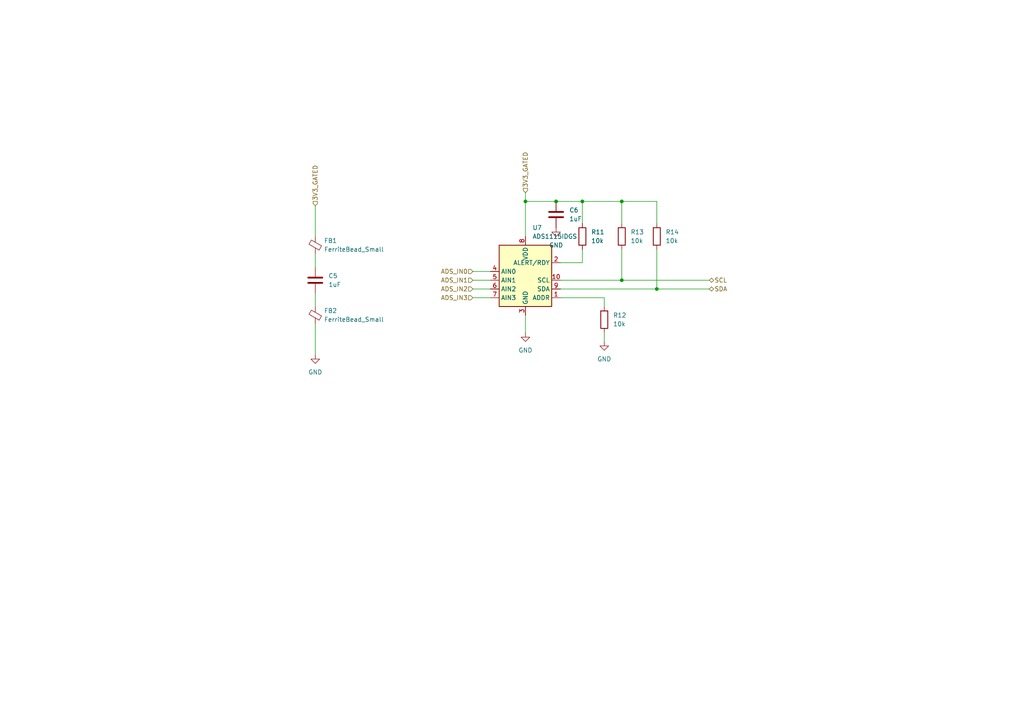
<source format=kicad_sch>
(kicad_sch (version 20211123) (generator eeschema)
  (paper "A4")
  (lib_symbols
    (symbol "Analog_ADC:ADS1115IDGS"
      (property "Reference" "U" (at 2.54 13.97 0))
      (property "Value" "ADS1115IDGS" (at 7.62 11.43 0))
      (symbol "ADS1115IDGS_0_1"
        (rectangle (start -7.62 10.16) (end 7.62 -7.62) (stroke (width 0.254)) (fill (type background)))
      )
      (symbol "ADS1115IDGS_1_1"
        (pin input line (at 10.16 -5.08 180) (length 2.54) (name "ADDR") (number "1"))
        (pin input line (at 10.16 0 180) (length 2.54) (name "SCL") (number "10"))
        (pin output line (at 10.16 5.08 180) (length 2.54) (name "ALERT/RDY") (number "2"))
        (pin power_in line (at 0 -10.16 90) (length 2.54) (name "GND") (number "3"))
        (pin input line (at -10.16 2.54 0) (length 2.54) (name "AIN0") (number "4"))
        (pin input line (at -10.16 0 0) (length 2.54) (name "AIN1") (number "5"))
        (pin input line (at -10.16 -2.54 0) (length 2.54) (name "AIN2") (number "6"))
        (pin input line (at -10.16 -5.08 0) (length 2.54) (name "AIN3") (number "7"))
        (pin power_in line (at 0 12.7 270) (length 2.54) (name "VDD") (number "8"))
        (pin bidirectional line (at 10.16 -2.54 180) (length 2.54) (name "SDA") (number "9"))
      )
    )
    (symbol "Device:C" (pin_numbers hide) (pin_names (offset 0.254))
      (property "Reference" "C" (at 0.635 2.54 0))
      (property "Value" "C" (at 0.635 -2.54 0))
      (symbol "C_0_1"
        (polyline (pts (xy -2.032 -0.762) (xy 2.032 -0.762)) (stroke (width 0.508)))
        (polyline (pts (xy -2.032 0.762) (xy 2.032 0.762)) (stroke (width 0.508)))
      )
      (symbol "C_1_1"
        (pin passive line (at 0 3.81 270) (length 2.794) (name "~") (number "1"))
        (pin passive line (at 0 -3.81 90) (length 2.794) (name "~") (number "2"))
      )
    )
    (symbol "Device:FerriteBead_Small" (pin_numbers hide) (pin_names (offset 0))
      (property "Reference" "FB" (at 1.905 1.27 0))
      (property "Value" "FerriteBead_Small" (at 1.905 -1.27 0))
      (symbol "FerriteBead_Small_0_1"
        (polyline (pts (xy 0 -1.27) (xy 0 -0.7874)))
        (polyline (pts (xy 0 0.889) (xy 0 1.2954)))
        (polyline (pts (xy -1.8288 0.2794) (xy -1.1176 1.4986) (xy 1.8288 -0.2032) (xy 1.1176 -1.4224) (xy -1.8288 0.2794)))
      )
      (symbol "FerriteBead_Small_1_1"
        (pin passive line (at 0 2.54 270) (length 1.27) (name "~") (number "1"))
        (pin passive line (at 0 -2.54 90) (length 1.27) (name "~") (number "2"))
      )
    )
    (symbol "Device:R" (pin_numbers hide) (pin_names (offset 0))
      (property "Reference" "R" (at 2.032 0 90))
      (property "Value" "R" (at 0 0 90))
      (symbol "R_0_1"
        (rectangle (start -1.016 -2.54) (end 1.016 2.54) (stroke (width 0.254)))
      )
      (symbol "R_1_1"
        (pin passive line (at 0 3.81 270) (length 1.27) (name "~") (number "1"))
        (pin passive line (at 0 -3.81 90) (length 1.27) (name "~") (number "2"))
      )
    )
    (symbol "power:GND" (power) (pin_names (offset 0))
      (property "Value" "GND" (at 0 -3.81 0))
      (symbol "GND_0_1"
        (polyline (pts (xy 0 0) (xy 0 -1.27) (xy 1.27 -1.27) (xy 0 -2.54) (xy -1.27 -1.27) (xy 0 -1.27)))
      )
      (symbol "GND_1_1"
        (pin power_in line (at 0 0 270) (length 0) hide (name "GND") (number "1"))
      )
    )
  )
  (junction (at 161.29 58.42))
  (junction (at 152.4 58.42))
  (junction (at 180.34 58.42))
  (junction (at 190.5 83.82))
  (junction (at 168.91 58.42))
  (junction (at 180.34 81.28))
  (wire (pts (xy 91.44 85.09) (xy 91.44 88.9)))
  (wire (pts (xy 168.91 58.42) (xy 168.91 64.77)))
  (wire (pts (xy 175.26 86.36) (xy 175.26 88.9)))
  (wire (pts (xy 162.56 86.36) (xy 175.26 86.36)))
  (wire (pts (xy 152.4 58.42) (xy 161.29 58.42)))
  (wire (pts (xy 137.16 78.74) (xy 142.24 78.74)))
  (wire (pts (xy 161.29 58.42) (xy 168.91 58.42)))
  (wire (pts (xy 91.44 77.47) (xy 91.44 73.66)))
  (wire (pts (xy 91.44 59.69) (xy 91.44 68.58)))
  (wire (pts (xy 162.56 81.28) (xy 180.34 81.28)))
  (wire (pts (xy 168.91 72.39) (xy 168.91 76.2)))
  (wire (pts (xy 190.5 83.82) (xy 205.74 83.82)))
  (wire (pts (xy 168.91 76.2) (xy 162.56 76.2)))
  (wire (pts (xy 137.16 86.36) (xy 142.24 86.36)))
  (wire (pts (xy 137.16 83.82) (xy 142.24 83.82)))
  (wire (pts (xy 137.16 81.28) (xy 142.24 81.28)))
  (wire (pts (xy 168.91 58.42) (xy 180.34 58.42)))
  (wire (pts (xy 162.56 83.82) (xy 190.5 83.82)))
  (wire (pts (xy 190.5 83.82) (xy 190.5 72.39)))
  (wire (pts (xy 175.26 99.06) (xy 175.26 96.52)))
  (wire (pts (xy 152.4 55.88) (xy 152.4 58.42)))
  (wire (pts (xy 180.34 81.28) (xy 205.74 81.28)))
  (wire (pts (xy 190.5 58.42) (xy 190.5 64.77)))
  (wire (pts (xy 152.4 58.42) (xy 152.4 68.58)))
  (wire (pts (xy 91.44 102.87) (xy 91.44 93.98)))
  (wire (pts (xy 152.4 96.52) (xy 152.4 91.44)))
  (wire (pts (xy 180.34 58.42) (xy 180.34 64.77)))
  (wire (pts (xy 180.34 58.42) (xy 190.5 58.42)))
  (wire (pts (xy 180.34 81.28) (xy 180.34 72.39)))
  (hierarchical_label "ADS_IN0" (shape input) (at 137.16 78.74 180))
  (hierarchical_label "ADS_IN1" (shape input) (at 137.16 81.28 180))
  (hierarchical_label "ADS_IN3" (shape input) (at 137.16 86.36 180))
  (hierarchical_label "SCL" (shape bidirectional) (at 205.74 81.28 0))
  (hierarchical_label "3V3_GATED" (shape input) (at 152.4 55.88 90))
  (hierarchical_label "ADS_IN2" (shape input) (at 137.16 83.82 180))
  (hierarchical_label "3V3_GATED" (shape input) (at 91.44 59.69 90))
  (hierarchical_label "SDA" (shape bidirectional) (at 205.74 83.82 0))
  (symbol (lib_id "power:GND") (at 152.4 96.52 0) (unit 1)
    (property "Reference" "#PWR039" (effects hide))
    (property "Value" "GND" (at 152.4 101.6 0))
  )
  (symbol (lib_id "Device:R") (at 175.26 92.71 0) (unit 1)
    (property "Reference" "R12" (at 177.8 91.4399 0) (effects (justify left)))
    (property "Value" "10k" (at 177.8 93.9799 0) (effects (justify left)))
    (property "Footprint" "Resistor_SMD:R_1206_3216Metric" (effects hide))
  )
  (symbol (lib_id "power:GND") (at 91.44 102.87 0) (unit 1)
    (property "Reference" "#PWR038" (effects hide))
    (property "Value" "GND" (at 91.44 107.95 0))
  )
  (symbol (lib_id "Analog_ADC:ADS1115IDGS") (at 152.4 81.28 0) (unit 1)
    (property "Reference" "U7" (at 154.4194 66.04 0) (effects (justify left)))
    (property "Value" "ADS1115IDGS" (at 154.4194 68.58 0) (effects (justify left)))
    (property "Footprint" "Package_SO:TSSOP-10_3x3mm_P0.5mm" (effects hide))
    (property "Datasheet" "http://www.ti.com/lit/ds/symlink/ads1113.pdf" (effects hide))
  )
  (symbol (lib_id "power:GND") (at 161.29 66.04 0) (unit 1)
    (property "Reference" "#PWR040" (effects hide))
    (property "Value" "GND" (at 161.29 71.12 0))
  )
  (symbol (lib_id "Device:R") (at 180.34 68.58 0) (unit 1)
    (property "Reference" "R13" (at 182.88 67.3099 0) (effects (justify left)))
    (property "Value" "10k" (at 182.88 69.8499 0) (effects (justify left)))
    (property "Footprint" "Resistor_SMD:R_1206_3216Metric" (effects hide))
  )
  (symbol (lib_id "Device:R") (at 168.91 68.58 0) (unit 1)
    (property "Reference" "R11" (at 171.45 67.3099 0) (effects (justify left)))
    (property "Value" "10k" (at 171.45 69.8499 0) (effects (justify left)))
    (property "Footprint" "Resistor_SMD:R_1206_3216Metric" (effects hide))
  )
  (symbol (lib_id "Device:FerriteBead_Small") (at 91.44 91.44 0) (unit 1)
    (property "Reference" "FB2" (at 93.98 90.1318 0) (effects (justify left)))
    (property "Value" "FerriteBead_Small" (at 93.98 92.6718 0) (effects (justify left)))
    (property "Footprint" "Resistor_SMD:R_1206_3216Metric" (effects hide))
  )
  (symbol (lib_id "Device:C") (at 161.29 62.23 0) (unit 1)
    (property "Reference" "C6" (at 165.1 60.9599 0) (effects (justify left)))
    (property "Value" "1uF" (at 165.1 63.4999 0) (effects (justify left)))
    (property "Footprint" "Capacitor_SMD:C_0805_2012Metric" (effects hide))
  )
  (symbol (lib_id "power:GND") (at 175.26 99.06 0) (unit 1)
    (property "Reference" "#PWR041" (effects hide))
    (property "Value" "GND" (at 175.26 104.14 0))
  )
  (symbol (lib_id "Device:C") (at 91.44 81.28 0) (unit 1)
    (property "Reference" "C5" (at 95.25 80.0099 0) (effects (justify left)))
    (property "Value" "1uF" (at 95.25 82.5499 0) (effects (justify left)))
    (property "Footprint" "Capacitor_SMD:C_0805_2012Metric" (effects hide))
  )
  (symbol (lib_id "Device:FerriteBead_Small") (at 91.44 71.12 0) (unit 1)
    (property "Reference" "FB1" (at 93.98 69.8118 0) (effects (justify left)))
    (property "Value" "FerriteBead_Small" (at 93.98 72.3518 0) (effects (justify left)))
    (property "Footprint" "Resistor_SMD:R_1206_3216Metric" (effects hide))
  )
  (symbol (lib_id "Device:R") (at 190.5 68.58 0) (unit 1)
    (property "Reference" "R14" (at 193.04 67.3099 0) (effects (justify left)))
    (property "Value" "10k" (at 193.04 69.8499 0) (effects (justify left)))
    (property "Footprint" "Resistor_SMD:R_1206_3216Metric" (effects hide))
  )
)
</source>
